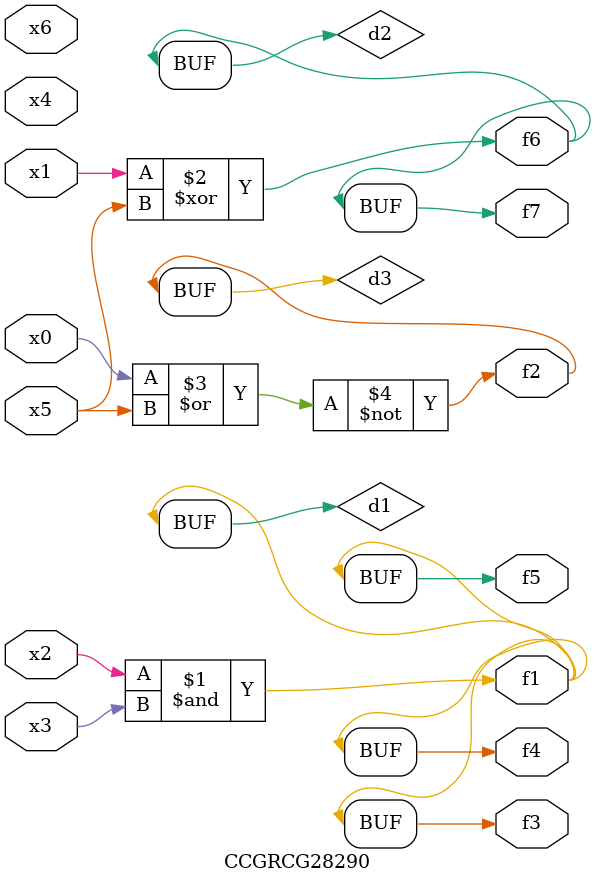
<source format=v>
module CCGRCG28290(
	input x0, x1, x2, x3, x4, x5, x6,
	output f1, f2, f3, f4, f5, f6, f7
);

	wire d1, d2, d3;

	and (d1, x2, x3);
	xor (d2, x1, x5);
	nor (d3, x0, x5);
	assign f1 = d1;
	assign f2 = d3;
	assign f3 = d1;
	assign f4 = d1;
	assign f5 = d1;
	assign f6 = d2;
	assign f7 = d2;
endmodule

</source>
